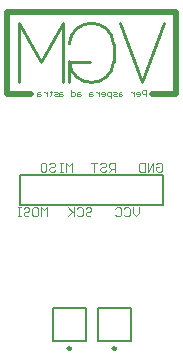
<source format=gbo>
%FSAX44Y44*%
%MOMM*%
G71*
G01*
G75*
G04 Layer_Color=32896*
%ADD10R,1.0000X1.0000*%
%ADD11R,1.0000X1.1000*%
G04:AMPARAMS|DCode=12|XSize=0.55mm|YSize=1.5mm|CornerRadius=0mm|HoleSize=0mm|Usage=FLASHONLY|Rotation=45.000|XOffset=0mm|YOffset=0mm|HoleType=Round|Shape=Rectangle|*
%AMROTATEDRECTD12*
4,1,4,0.3359,-0.7248,-0.7248,0.3359,-0.3359,0.7248,0.7248,-0.3359,0.3359,-0.7248,0.0*
%
%ADD12ROTATEDRECTD12*%

G04:AMPARAMS|DCode=13|XSize=0.55mm|YSize=1.5mm|CornerRadius=0mm|HoleSize=0mm|Usage=FLASHONLY|Rotation=315.000|XOffset=0mm|YOffset=0mm|HoleType=Round|Shape=Rectangle|*
%AMROTATEDRECTD13*
4,1,4,-0.7248,-0.3359,0.3359,0.7248,0.7248,0.3359,-0.3359,-0.7248,-0.7248,-0.3359,0.0*
%
%ADD13ROTATEDRECTD13*%

%ADD14R,1.1000X1.0000*%
%ADD15R,1.0000X1.4000*%
G04:AMPARAMS|DCode=16|XSize=1mm|YSize=1.1mm|CornerRadius=0mm|HoleSize=0mm|Usage=FLASHONLY|Rotation=225.000|XOffset=0mm|YOffset=0mm|HoleType=Round|Shape=Rectangle|*
%AMROTATEDRECTD16*
4,1,4,-0.0354,0.7425,0.7425,-0.0354,0.0354,-0.7425,-0.7425,0.0354,-0.0354,0.7425,0.0*
%
%ADD16ROTATEDRECTD16*%

%ADD17C,0.2286*%
%ADD18C,0.2540*%
%ADD19C,1.7780*%
%ADD20C,1.5000*%
%ADD21O,1.1000X1.5000*%
%ADD22O,1.3970X1.9050*%
%ADD23C,0.6350*%
%ADD24R,1.5000X2.0000*%
%ADD25C,0.6000*%
%ADD26C,0.1250*%
%ADD27C,0.2000*%
%ADD28C,0.1000*%
%ADD29C,0.2500*%
%ADD30C,0.5000*%
D18*
X00626750Y01060250D02*
G03*
X00589250Y01060250I-00018750J-00001295D01*
G01*
Y01045250D02*
G03*
X00626750Y01045250I00018750J00001295D01*
G01*
D27*
X00547750Y00924250D02*
X00668250D01*
Y00949750D01*
X00547750D02*
X00668250D01*
X00547750Y00924250D02*
Y00949750D01*
X00575280Y00808960D02*
X00603280D01*
Y00836960D01*
X00575280D02*
X00603280D01*
X00575280Y00808960D02*
Y00836960D01*
X00613380Y00808960D02*
X00641380D01*
Y00836960D01*
X00613380D02*
X00641380D01*
X00613380Y00808960D02*
Y00836960D01*
D28*
X00570496Y00914500D02*
Y00921998D01*
X00567996Y00919499D01*
X00565497Y00921998D01*
Y00914500D01*
X00559249Y00921998D02*
X00561748D01*
X00562998Y00920748D01*
Y00915750D01*
X00561748Y00914500D01*
X00559249D01*
X00557999Y00915750D01*
Y00920748D01*
X00559249Y00921998D01*
X00550502Y00920748D02*
X00551751Y00921998D01*
X00554251D01*
X00555500Y00920748D01*
Y00919499D01*
X00554251Y00918249D01*
X00551751D01*
X00550502Y00917000D01*
Y00915750D01*
X00551751Y00914500D01*
X00554251D01*
X00555500Y00915750D01*
X00548003Y00921998D02*
X00545503D01*
X00546753D01*
Y00914500D01*
X00548003D01*
X00545503D01*
X00591120Y00952000D02*
Y00959498D01*
X00588621Y00956999D01*
X00586122Y00959498D01*
Y00952000D01*
X00583623Y00959498D02*
X00581124D01*
X00582373D01*
Y00952000D01*
X00583623D01*
X00581124D01*
X00572376Y00958248D02*
X00573626Y00959498D01*
X00576125D01*
X00577375Y00958248D01*
Y00956999D01*
X00576125Y00955749D01*
X00573626D01*
X00572376Y00954500D01*
Y00953250D01*
X00573626Y00952000D01*
X00576125D01*
X00577375Y00953250D01*
X00566128Y00959498D02*
X00568627D01*
X00569877Y00958248D01*
Y00953250D01*
X00568627Y00952000D01*
X00566128D01*
X00564879Y00953250D01*
Y00958248D01*
X00566128Y00959498D01*
X00602998Y00920748D02*
X00604248Y00921998D01*
X00606747D01*
X00607996Y00920748D01*
Y00919499D01*
X00606747Y00918249D01*
X00604248D01*
X00602998Y00917000D01*
Y00915750D01*
X00604248Y00914500D01*
X00606747D01*
X00607996Y00915750D01*
X00595500Y00920748D02*
X00596750Y00921998D01*
X00599249D01*
X00600499Y00920748D01*
Y00915750D01*
X00599249Y00914500D01*
X00596750D01*
X00595500Y00915750D01*
X00593001Y00921998D02*
Y00914500D01*
Y00917000D01*
X00588003Y00921998D01*
X00591751Y00918249D01*
X00588003Y00914500D01*
X00627996Y00952000D02*
Y00959498D01*
X00624248D01*
X00622998Y00958248D01*
Y00955749D01*
X00624248Y00954500D01*
X00627996D01*
X00625497D02*
X00622998Y00952000D01*
X00615500Y00958248D02*
X00616750Y00959498D01*
X00619249D01*
X00620499Y00958248D01*
Y00956999D01*
X00619249Y00955749D01*
X00616750D01*
X00615500Y00954500D01*
Y00953250D01*
X00616750Y00952000D01*
X00619249D01*
X00620499Y00953250D01*
X00613001Y00959498D02*
X00608003D01*
X00610502D01*
Y00952000D01*
X00647996Y00921998D02*
Y00917000D01*
X00645497Y00914500D01*
X00642998Y00917000D01*
Y00921998D01*
X00635500Y00920748D02*
X00636750Y00921998D01*
X00639249D01*
X00640499Y00920748D01*
Y00915750D01*
X00639249Y00914500D01*
X00636750D01*
X00635500Y00915750D01*
X00628003Y00920748D02*
X00629252Y00921998D01*
X00631751D01*
X00633001Y00920748D01*
Y00915750D01*
X00631751Y00914500D01*
X00629252D01*
X00628003Y00915750D01*
X00662998Y00958248D02*
X00664248Y00959498D01*
X00666747D01*
X00667996Y00958248D01*
Y00953250D01*
X00666747Y00952000D01*
X00664248D01*
X00662998Y00953250D01*
Y00955749D01*
X00665497D01*
X00660499Y00952000D02*
Y00959498D01*
X00655500Y00952000D01*
Y00959498D01*
X00653001D02*
Y00952000D01*
X00649252D01*
X00648003Y00953250D01*
Y00958248D01*
X00649252Y00959498D01*
X00653001D01*
X00654235Y01016084D02*
Y01021082D01*
X00651736D01*
X00650903Y01020249D01*
Y01018583D01*
X00651736Y01017750D01*
X00654235D01*
X00646737Y01016084D02*
X00648404D01*
X00649237Y01016917D01*
Y01018583D01*
X00648404Y01019416D01*
X00646737D01*
X00645904Y01018583D01*
Y01017750D01*
X00649237D01*
X00644238Y01019416D02*
Y01016084D01*
Y01017750D01*
X00643405Y01018583D01*
X00642572Y01019416D01*
X00641739D01*
X00633409D02*
X00631742D01*
X00630909Y01018583D01*
Y01016084D01*
X00633409D01*
X00634241Y01016917D01*
X00633409Y01017750D01*
X00630909D01*
X00629243Y01016084D02*
X00626744D01*
X00625911Y01016917D01*
X00626744Y01017750D01*
X00628410D01*
X00629243Y01018583D01*
X00628410Y01019416D01*
X00625911D01*
X00624245Y01014418D02*
Y01019416D01*
X00621746D01*
X00620913Y01018583D01*
Y01016917D01*
X00621746Y01016084D01*
X00624245D01*
X00616747D02*
X00618413D01*
X00619246Y01016917D01*
Y01018583D01*
X00618413Y01019416D01*
X00616747D01*
X00615914Y01018583D01*
Y01017750D01*
X00619246D01*
X00614248Y01019416D02*
Y01016084D01*
Y01017750D01*
X00613415Y01018583D01*
X00612582Y01019416D01*
X00611749D01*
X00608417D02*
X00606750D01*
X00605918Y01018583D01*
Y01016084D01*
X00608417D01*
X00609250Y01016917D01*
X00608417Y01017750D01*
X00605918D01*
X00598420Y01019416D02*
X00596754D01*
X00595921Y01018583D01*
Y01016084D01*
X00598420D01*
X00599253Y01016917D01*
X00598420Y01017750D01*
X00595921D01*
X00590922Y01021082D02*
Y01016084D01*
X00593422D01*
X00594255Y01016917D01*
Y01018583D01*
X00593422Y01019416D01*
X00590922D01*
X00583425D02*
X00581759D01*
X00580926Y01018583D01*
Y01016084D01*
X00583425D01*
X00584258Y01016917D01*
X00583425Y01017750D01*
X00580926D01*
X00579259Y01016084D02*
X00576760D01*
X00575927Y01016917D01*
X00576760Y01017750D01*
X00578427D01*
X00579259Y01018583D01*
X00578427Y01019416D01*
X00575927D01*
X00573428Y01020249D02*
Y01019416D01*
X00574261D01*
X00572595D01*
X00573428D01*
Y01016917D01*
X00572595Y01016084D01*
X00570096Y01019416D02*
Y01016084D01*
Y01017750D01*
X00569263Y01018583D01*
X00568430Y01019416D01*
X00567597D01*
X00564264D02*
X00562598D01*
X00561765Y01018583D01*
Y01016084D01*
X00564264D01*
X00565098Y01016917D01*
X00564264Y01017750D01*
X00561765D01*
D29*
X00590530Y00802460D02*
G03*
X00590530Y00802460I-00001250J00000000D01*
G01*
X00628630D02*
G03*
X00628630Y00802460I-00001250J00000000D01*
G01*
X00626750Y01045250D02*
Y01060250D01*
X00589250Y01045250D02*
X00606750D01*
X00584250Y01027750D02*
Y01077750D01*
X00546750Y01027750D02*
Y01077750D01*
X00565500Y01045250D01*
X00584250Y01077750D01*
X00589250Y01027750D02*
Y01045250D01*
X00631750Y01077750D02*
X00650500Y01027750D01*
X00669250Y01077750D01*
D30*
X00536750Y01087750D02*
X00679250D01*
Y01017750D02*
Y01087750D01*
X00536750Y01017750D02*
Y01087750D01*
Y01017750D02*
X00556750D01*
X00659250D02*
X00679250D01*
M02*

</source>
